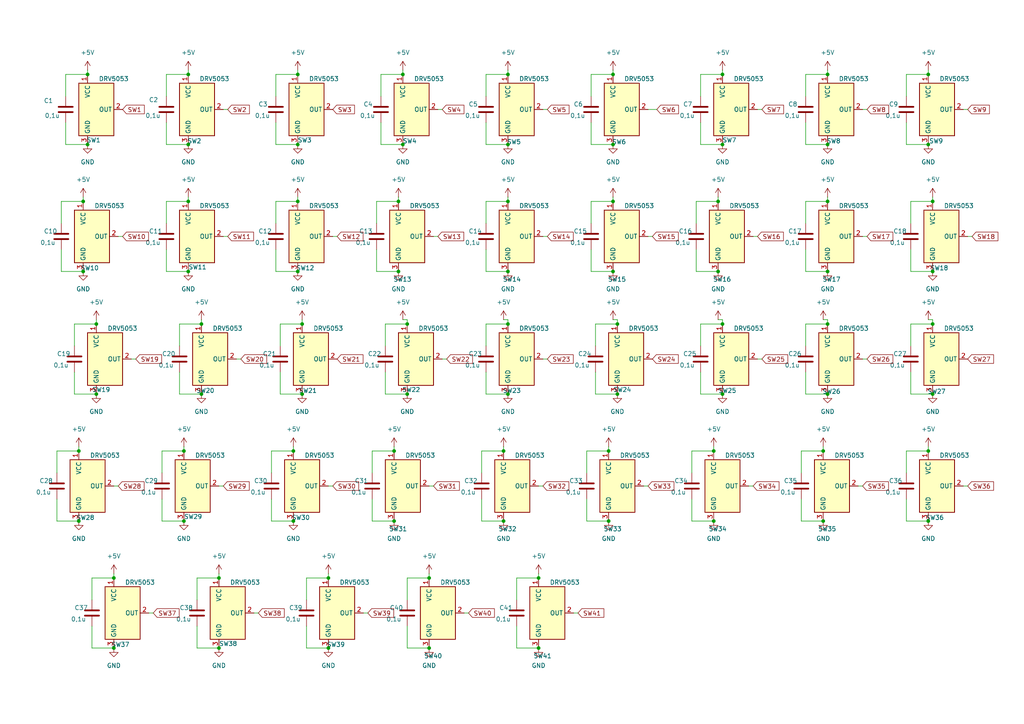
<source format=kicad_sch>
(kicad_sch (version 20231120) (generator "eeschema") (generator_version "8.0")
  (paper "A4")
  (junction (at 124.46 167.64))
  (junction (at 177.8 21.59))
  (junction (at 54.61 58.42))
  (junction (at 54.61 21.59))
  (junction (at 208.28 58.42))
  (junction (at 33.02 187.96))
  (junction (at 179.07 93.98))
  (junction (at 270.51 58.42))
  (junction (at 209.55 93.98))
  (junction (at 146.05 151.13))
  (junction (at 58.42 114.3))
  (junction (at 86.36 21.59))
  (junction (at 270.51 114.3))
  (junction (at 58.42 93.98))
  (junction (at 115.57 78.74))
  (junction (at 114.3 151.13))
  (junction (at 209.55 21.59))
  (junction (at 240.03 41.91))
  (junction (at 147.32 41.91))
  (junction (at 85.09 130.81))
  (junction (at 207.01 151.13))
  (junction (at 116.84 41.91))
  (junction (at 118.11 93.98))
  (junction (at 114.3 130.81))
  (junction (at 115.57 58.42))
  (junction (at 22.86 130.81))
  (junction (at 269.24 41.91))
  (junction (at 24.13 78.74))
  (junction (at 240.03 93.98))
  (junction (at 147.32 21.59))
  (junction (at 176.53 130.81))
  (junction (at 240.03 21.59))
  (junction (at 209.55 41.91))
  (junction (at 54.61 78.74))
  (junction (at 207.01 130.81))
  (junction (at 147.32 114.3))
  (junction (at 147.32 78.74))
  (junction (at 238.76 151.13))
  (junction (at 270.51 93.98))
  (junction (at 269.24 151.13))
  (junction (at 53.34 151.13))
  (junction (at 95.25 187.96))
  (junction (at 53.34 130.81))
  (junction (at 86.36 78.74))
  (junction (at 27.94 93.98))
  (junction (at 177.8 58.42))
  (junction (at 24.13 58.42))
  (junction (at 33.02 167.64))
  (junction (at 86.36 58.42))
  (junction (at 147.32 58.42))
  (junction (at 54.61 41.91))
  (junction (at 208.28 78.74))
  (junction (at 87.63 93.98))
  (junction (at 176.53 151.13))
  (junction (at 270.51 78.74))
  (junction (at 116.84 21.59))
  (junction (at 63.5 187.96))
  (junction (at 269.24 21.59))
  (junction (at 87.63 114.3))
  (junction (at 25.4 21.59))
  (junction (at 238.76 130.81))
  (junction (at 269.24 130.81))
  (junction (at 25.4 41.91))
  (junction (at 156.21 187.96))
  (junction (at 240.03 78.74))
  (junction (at 179.07 114.3))
  (junction (at 95.25 167.64))
  (junction (at 146.05 130.81))
  (junction (at 240.03 58.42))
  (junction (at 177.8 78.74))
  (junction (at 27.94 114.3))
  (junction (at 209.55 114.3))
  (junction (at 118.11 114.3))
  (junction (at 240.03 114.3))
  (junction (at 177.8 41.91))
  (junction (at 63.5 167.64))
  (junction (at 156.21 167.64))
  (junction (at 124.46 187.96))
  (junction (at 85.09 151.13))
  (junction (at 147.32 93.98))
  (junction (at 22.86 151.13))
  (junction (at 86.36 41.91))
  (wire (pts (xy 203.2 27.94) (xy 203.2 21.59)))
  (wire (pts (xy 262.89 27.94) (xy 262.89 21.59)))
  (wire (pts (xy 240.03 92.71) (xy 240.03 93.98)))
  (wire (pts (xy 17.78 64.77) (xy 17.78 58.42)))
  (wire (pts (xy 203.2 21.59) (xy 209.55 21.59)))
  (wire (pts (xy 53.34 129.54) (xy 53.34 130.81)))
  (wire (pts (xy 88.9 173.99) (xy 88.9 167.64)))
  (wire (pts (xy 80.01 58.42) (xy 86.36 58.42)))
  (wire (pts (xy 201.93 58.42) (xy 208.28 58.42)))
  (wire (pts (xy 78.74 151.13) (xy 85.09 151.13)))
  (wire (pts (xy 26.67 167.64) (xy 33.02 167.64)))
  (wire (pts (xy 48.26 35.56) (xy 48.26 41.91)))
  (wire (pts (xy 167.64 177.8) (xy 166.37 177.8)))
  (wire (pts (xy 269.24 20.32) (xy 269.24 21.59)))
  (wire (pts (xy 262.89 35.56) (xy 262.89 41.91)))
  (wire (pts (xy 262.89 137.16) (xy 262.89 130.81)))
  (wire (pts (xy 158.75 31.75) (xy 157.48 31.75)))
  (wire (pts (xy 21.59 107.95) (xy 21.59 114.3)))
  (wire (pts (xy 52.07 100.33) (xy 52.07 93.98)))
  (wire (pts (xy 140.97 114.3) (xy 147.32 114.3)))
  (wire (pts (xy 146.05 129.54) (xy 146.05 130.81)))
  (wire (pts (xy 48.26 41.91) (xy 54.61 41.91)))
  (wire (pts (xy 88.9 187.96) (xy 95.25 187.96)))
  (wire (pts (xy 64.77 140.97) (xy 63.5 140.97)))
  (wire (pts (xy 46.99 130.81) (xy 53.34 130.81)))
  (wire (pts (xy 240.03 92.71) (xy 238.76 92.71)))
  (wire (pts (xy 21.59 93.98) (xy 27.94 93.98)))
  (wire (pts (xy 19.05 35.56) (xy 19.05 41.91)))
  (wire (pts (xy 44.45 177.8) (xy 43.18 177.8)))
  (wire (pts (xy 39.37 104.14) (xy 38.1 104.14)))
  (wire (pts (xy 78.74 144.78) (xy 78.74 151.13)))
  (wire (pts (xy 232.41 144.78) (xy 232.41 151.13)))
  (wire (pts (xy 140.97 27.94) (xy 140.97 21.59)))
  (wire (pts (xy 114.3 129.54) (xy 114.3 130.81)))
  (wire (pts (xy 203.2 35.56) (xy 203.2 41.91)))
  (wire (pts (xy 233.68 78.74) (xy 240.03 78.74)))
  (wire (pts (xy 128.27 31.75) (xy 127 31.75)))
  (wire (pts (xy 46.99 137.16) (xy 46.99 130.81)))
  (wire (pts (xy 24.13 57.15) (xy 24.13 58.42)))
  (wire (pts (xy 251.46 31.75) (xy 250.19 31.75)))
  (wire (pts (xy 109.22 64.77) (xy 109.22 58.42)))
  (wire (pts (xy 140.97 78.74) (xy 147.32 78.74)))
  (wire (pts (xy 233.68 93.98) (xy 240.03 93.98)))
  (wire (pts (xy 158.75 104.14) (xy 157.48 104.14)))
  (wire (pts (xy 262.89 144.78) (xy 262.89 151.13)))
  (wire (pts (xy 203.2 107.95) (xy 203.2 114.3)))
  (wire (pts (xy 149.86 187.96) (xy 156.21 187.96)))
  (wire (pts (xy 238.76 129.54) (xy 238.76 130.81)))
  (wire (pts (xy 140.97 64.77) (xy 140.97 58.42)))
  (wire (pts (xy 264.16 64.77) (xy 264.16 58.42)))
  (wire (pts (xy 171.45 58.42) (xy 177.8 58.42)))
  (wire (pts (xy 262.89 130.81) (xy 269.24 130.81)))
  (wire (pts (xy 80.01 35.56) (xy 80.01 41.91)))
  (wire (pts (xy 270.51 92.71) (xy 269.24 92.71)))
  (wire (pts (xy 140.97 72.39) (xy 140.97 78.74)))
  (wire (pts (xy 17.78 72.39) (xy 17.78 78.74)))
  (wire (pts (xy 147.32 20.32) (xy 147.32 21.59)))
  (wire (pts (xy 58.42 92.71) (xy 58.42 93.98)))
  (wire (pts (xy 233.68 35.56) (xy 233.68 41.91)))
  (wire (pts (xy 118.11 92.71) (xy 116.84 92.71)))
  (wire (pts (xy 270.51 92.71) (xy 270.51 93.98)))
  (wire (pts (xy 220.98 104.14) (xy 219.71 104.14)))
  (wire (pts (xy 171.45 41.91) (xy 177.8 41.91)))
  (wire (pts (xy 172.72 93.98) (xy 179.07 93.98)))
  (wire (pts (xy 149.86 173.99) (xy 149.86 167.64)))
  (wire (pts (xy 26.67 181.61) (xy 26.67 187.96)))
  (wire (pts (xy 110.49 35.56) (xy 110.49 41.91)))
  (wire (pts (xy 189.23 68.58) (xy 187.96 68.58)))
  (wire (pts (xy 177.8 20.32) (xy 177.8 21.59)))
  (wire (pts (xy 48.26 21.59) (xy 54.61 21.59)))
  (wire (pts (xy 171.45 72.39) (xy 171.45 78.74)))
  (wire (pts (xy 201.93 64.77) (xy 201.93 58.42)))
  (wire (pts (xy 200.66 137.16) (xy 200.66 130.81)))
  (wire (pts (xy 262.89 21.59) (xy 269.24 21.59)))
  (wire (pts (xy 201.93 78.74) (xy 208.28 78.74)))
  (wire (pts (xy 233.68 27.94) (xy 233.68 21.59)))
  (wire (pts (xy 106.68 177.8) (xy 105.41 177.8)))
  (wire (pts (xy 218.44 140.97) (xy 217.17 140.97)))
  (wire (pts (xy 109.22 72.39) (xy 109.22 78.74)))
  (wire (pts (xy 26.67 187.96) (xy 33.02 187.96)))
  (wire (pts (xy 80.01 21.59) (xy 86.36 21.59)))
  (wire (pts (xy 240.03 57.15) (xy 240.03 58.42)))
  (wire (pts (xy 172.72 107.95) (xy 172.72 114.3)))
  (wire (pts (xy 118.11 167.64) (xy 124.46 167.64)))
  (wire (pts (xy 118.11 187.96) (xy 124.46 187.96)))
  (wire (pts (xy 33.02 166.37) (xy 33.02 167.64)))
  (wire (pts (xy 48.26 64.77) (xy 48.26 58.42)))
  (wire (pts (xy 27.94 92.71) (xy 27.94 93.98)))
  (wire (pts (xy 171.45 78.74) (xy 177.8 78.74)))
  (wire (pts (xy 269.24 129.54) (xy 269.24 130.81)))
  (wire (pts (xy 281.94 68.58) (xy 280.67 68.58)))
  (wire (pts (xy 177.8 57.15) (xy 177.8 58.42)))
  (wire (pts (xy 35.56 68.58) (xy 34.29 68.58)))
  (wire (pts (xy 171.45 21.59) (xy 177.8 21.59)))
  (wire (pts (xy 232.41 130.81) (xy 238.76 130.81)))
  (wire (pts (xy 250.19 140.97) (xy 248.92 140.97)))
  (wire (pts (xy 63.5 166.37) (xy 63.5 167.64)))
  (wire (pts (xy 156.21 166.37) (xy 156.21 167.64)))
  (wire (pts (xy 80.01 27.94) (xy 80.01 21.59)))
  (wire (pts (xy 140.97 58.42) (xy 147.32 58.42)))
  (wire (pts (xy 170.18 151.13) (xy 176.53 151.13)))
  (wire (pts (xy 109.22 58.42) (xy 115.57 58.42)))
  (wire (pts (xy 209.55 92.71) (xy 209.55 93.98)))
  (wire (pts (xy 149.86 181.61) (xy 149.86 187.96)))
  (wire (pts (xy 170.18 144.78) (xy 170.18 151.13)))
  (wire (pts (xy 57.15 181.61) (xy 57.15 187.96)))
  (wire (pts (xy 26.67 173.99) (xy 26.67 167.64)))
  (wire (pts (xy 200.66 130.81) (xy 207.01 130.81)))
  (wire (pts (xy 127 68.58) (xy 125.73 68.58)))
  (wire (pts (xy 111.76 100.33) (xy 111.76 93.98)))
  (wire (pts (xy 233.68 64.77) (xy 233.68 58.42)))
  (wire (pts (xy 140.97 100.33) (xy 140.97 93.98)))
  (wire (pts (xy 80.01 64.77) (xy 80.01 58.42)))
  (wire (pts (xy 81.28 114.3) (xy 87.63 114.3)))
  (wire (pts (xy 66.04 31.75) (xy 64.77 31.75)))
  (wire (pts (xy 54.61 57.15) (xy 54.61 58.42)))
  (wire (pts (xy 171.45 35.56) (xy 171.45 41.91)))
  (wire (pts (xy 187.96 31.75) (xy 190.5 31.75)))
  (wire (pts (xy 172.72 100.33) (xy 172.72 93.98)))
  (wire (pts (xy 170.18 137.16) (xy 170.18 130.81)))
  (wire (pts (xy 233.68 58.42) (xy 240.03 58.42)))
  (wire (pts (xy 140.97 21.59) (xy 147.32 21.59)))
  (wire (pts (xy 86.36 20.32) (xy 86.36 21.59)))
  (wire (pts (xy 22.86 129.54) (xy 22.86 130.81)))
  (wire (pts (xy 110.49 27.94) (xy 110.49 21.59)))
  (wire (pts (xy 85.09 129.54) (xy 85.09 130.81)))
  (wire (pts (xy 240.03 20.32) (xy 240.03 21.59)))
  (wire (pts (xy 264.16 58.42) (xy 270.51 58.42)))
  (wire (pts (xy 135.89 177.8) (xy 134.62 177.8)))
  (wire (pts (xy 203.2 41.91) (xy 209.55 41.91)))
  (wire (pts (xy 96.52 140.97) (xy 95.25 140.97)))
  (wire (pts (xy 139.7 144.78) (xy 139.7 151.13)))
  (wire (pts (xy 107.95 151.13) (xy 114.3 151.13)))
  (wire (pts (xy 209.55 20.32) (xy 209.55 21.59)))
  (wire (pts (xy 251.46 68.58) (xy 250.19 68.58)))
  (wire (pts (xy 48.26 72.39) (xy 48.26 78.74)))
  (wire (pts (xy 97.79 68.58) (xy 96.52 68.58)))
  (wire (pts (xy 149.86 167.64) (xy 156.21 167.64)))
  (wire (pts (xy 147.32 92.71) (xy 146.05 92.71)))
  (wire (pts (xy 200.66 151.13) (xy 207.01 151.13)))
  (wire (pts (xy 264.16 100.33) (xy 264.16 93.98)))
  (wire (pts (xy 203.2 100.33) (xy 203.2 93.98)))
  (wire (pts (xy 251.46 104.14) (xy 250.19 104.14)))
  (wire (pts (xy 16.51 130.81) (xy 22.86 130.81)))
  (wire (pts (xy 158.75 68.58) (xy 157.48 68.58)))
  (wire (pts (xy 209.55 92.71) (xy 208.28 92.71)))
  (wire (pts (xy 124.46 166.37) (xy 124.46 167.64)))
  (wire (pts (xy 25.4 20.32) (xy 25.4 21.59)))
  (wire (pts (xy 16.51 151.13) (xy 22.86 151.13)))
  (wire (pts (xy 110.49 41.91) (xy 116.84 41.91)))
  (wire (pts (xy 280.67 31.75) (xy 279.4 31.75)))
  (wire (pts (xy 52.07 107.95) (xy 52.07 114.3)))
  (wire (pts (xy 147.32 92.71) (xy 147.32 93.98)))
  (wire (pts (xy 280.67 140.97) (xy 279.4 140.97)))
  (wire (pts (xy 17.78 78.74) (xy 24.13 78.74)))
  (wire (pts (xy 69.85 104.14) (xy 68.58 104.14)))
  (wire (pts (xy 46.99 151.13) (xy 53.34 151.13)))
  (wire (pts (xy 140.97 107.95) (xy 140.97 114.3)))
  (wire (pts (xy 262.89 151.13) (xy 269.24 151.13)))
  (wire (pts (xy 264.16 114.3) (xy 270.51 114.3)))
  (wire (pts (xy 171.45 27.94) (xy 171.45 21.59)))
  (wire (pts (xy 139.7 151.13) (xy 146.05 151.13)))
  (wire (pts (xy 111.76 93.98) (xy 118.11 93.98)))
  (wire (pts (xy 21.59 100.33) (xy 21.59 93.98)))
  (wire (pts (xy 19.05 21.59) (xy 25.4 21.59)))
  (wire (pts (xy 233.68 41.91) (xy 240.03 41.91)))
  (wire (pts (xy 200.66 144.78) (xy 200.66 151.13)))
  (wire (pts (xy 139.7 137.16) (xy 139.7 130.81)))
  (wire (pts (xy 129.54 104.14) (xy 128.27 104.14)))
  (wire (pts (xy 140.97 93.98) (xy 147.32 93.98)))
  (wire (pts (xy 139.7 130.81) (xy 146.05 130.81)))
  (wire (pts (xy 21.59 114.3) (xy 27.94 114.3)))
  (wire (pts (xy 111.76 114.3) (xy 118.11 114.3)))
  (wire (pts (xy 219.71 68.58) (xy 218.44 68.58)))
  (wire (pts (xy 34.29 140.97) (xy 33.02 140.97)))
  (wire (pts (xy 264.16 72.39) (xy 264.16 78.74)))
  (wire (pts (xy 86.36 57.15) (xy 86.36 58.42)))
  (wire (pts (xy 207.01 129.54) (xy 207.01 130.81)))
  (wire (pts (xy 208.28 57.15) (xy 208.28 58.42)))
  (wire (pts (xy 19.05 27.94) (xy 19.05 21.59)))
  (wire (pts (xy 203.2 114.3) (xy 209.55 114.3)))
  (wire (pts (xy 233.68 107.95) (xy 233.68 114.3)))
  (wire (pts (xy 52.07 114.3) (xy 58.42 114.3)))
  (wire (pts (xy 264.16 107.95) (xy 264.16 114.3)))
  (wire (pts (xy 95.25 166.37) (xy 95.25 167.64)))
  (wire (pts (xy 264.16 93.98) (xy 270.51 93.98)))
  (wire (pts (xy 74.93 177.8) (xy 73.66 177.8)))
  (wire (pts (xy 87.63 92.71) (xy 87.63 93.98)))
  (wire (pts (xy 233.68 72.39) (xy 233.68 78.74)))
  (wire (pts (xy 262.89 41.91) (xy 269.24 41.91)))
  (wire (pts (xy 88.9 181.61) (xy 88.9 187.96)))
  (wire (pts (xy 201.93 72.39) (xy 201.93 78.74)))
  (wire (pts (xy 16.51 137.16) (xy 16.51 130.81)))
  (wire (pts (xy 179.07 92.71) (xy 179.07 93.98)))
  (wire (pts (xy 170.18 130.81) (xy 176.53 130.81)))
  (wire (pts (xy 171.45 64.77) (xy 171.45 58.42)))
  (wire (pts (xy 88.9 167.64) (xy 95.25 167.64)))
  (wire (pts (xy 140.97 41.91) (xy 147.32 41.91)))
  (wire (pts (xy 140.97 35.56) (xy 140.97 41.91)))
  (wire (pts (xy 57.15 187.96) (xy 63.5 187.96)))
  (wire (pts (xy 172.72 114.3) (xy 179.07 114.3)))
  (wire (pts (xy 52.07 93.98) (xy 58.42 93.98)))
  (wire (pts (xy 233.68 21.59) (xy 240.03 21.59)))
  (wire (pts (xy 232.41 151.13) (xy 238.76 151.13)))
  (wire (pts (xy 19.05 41.91) (xy 25.4 41.91)))
  (wire (pts (xy 107.95 144.78) (xy 107.95 151.13)))
  (wire (pts (xy 233.68 100.33) (xy 233.68 93.98)))
  (wire (pts (xy 232.41 137.16) (xy 232.41 130.81)))
  (wire (pts (xy 57.15 167.64) (xy 63.5 167.64)))
  (wire (pts (xy 17.78 58.42) (xy 24.13 58.42)))
  (wire (pts (xy 115.57 57.15) (xy 115.57 58.42)))
  (wire (pts (xy 46.99 144.78) (xy 46.99 151.13)))
  (wire (pts (xy 107.95 130.81) (xy 114.3 130.81)))
  (wire (pts (xy 118.11 181.61) (xy 118.11 187.96)))
  (wire (pts (xy 203.2 93.98) (xy 209.55 93.98)))
  (wire (pts (xy 78.74 137.16) (xy 78.74 130.81)))
  (wire (pts (xy 147.32 57.15) (xy 147.32 58.42)))
  (wire (pts (xy 109.22 78.74) (xy 115.57 78.74)))
  (wire (pts (xy 233.68 114.3) (xy 240.03 114.3)))
  (wire (pts (xy 16.51 144.78) (xy 16.51 151.13)))
  (wire (pts (xy 157.48 140.97) (xy 156.21 140.97)))
  (wire (pts (xy 220.98 31.75) (xy 219.71 31.75)))
  (wire (pts (xy 179.07 92.71) (xy 177.8 92.71)))
  (wire (pts (xy 270.51 57.15) (xy 270.51 58.42)))
  (wire (pts (xy 80.01 41.91) (xy 86.36 41.91)))
  (wire (pts (xy 125.73 140.97) (xy 124.46 140.97)))
  (wire (pts (xy 57.15 173.99) (xy 57.15 167.64)))
  (wire (pts (xy 118.11 173.99) (xy 118.11 167.64)))
  (wire (pts (xy 107.95 137.16) (xy 107.95 130.81)))
  (wire (pts (xy 78.74 130.81) (xy 85.09 130.81)))
  (wire (pts (xy 48.26 58.42) (xy 54.61 58.42)))
  (wire (pts (xy 111.76 107.95) (xy 111.76 114.3)))
  (wire (pts (xy 54.61 20.32) (xy 54.61 21.59)))
  (wire (pts (xy 48.26 78.74) (xy 54.61 78.74)))
  (wire (pts (xy 48.26 27.94) (xy 48.26 21.59)))
  (wire (pts (xy 176.53 129.54) (xy 176.53 130.81)))
  (wire (pts (xy 81.28 93.98) (xy 87.63 93.98)))
  (wire (pts (xy 80.01 72.39) (xy 80.01 78.74)))
  (wire (pts (xy 81.28 100.33) (xy 81.28 93.98)))
  (wire (pts (xy 80.01 78.74) (xy 86.36 78.74)))
  (wire (pts (xy 110.49 21.59) (xy 116.84 21.59)))
  (wire (pts (xy 118.11 92.71) (xy 118.11 93.98)))
  (wire (pts (xy 264.16 78.74) (xy 270.51 78.74)))
  (wire (pts (xy 187.96 140.97) (xy 186.69 140.97)))
  (wire (pts (xy 81.28 107.95) (xy 81.28 114.3)))
  (wire (pts (xy 66.04 68.58) (xy 64.77 68.58)))
  (wire (pts (xy 116.84 20.32) (xy 116.84 21.59)))
  (global_label "SW35" (shape input) (at 250.19 140.97 0) (property "Intersheetrefs" "${INTERSHEET_REFS}" (effects (hide yes))))
  (global_label "SW18" (shape input) (at 281.94 68.58 0) (property "Intersheetrefs" "${INTERSHEET_REFS}" (effects (hide yes))))
  (global_label "SW11" (shape input) (at 66.04 68.58 0) (property "Intersheetrefs" "${INTERSHEET_REFS}" (effects (hide yes))))
  (global_label "SW29" (shape input) (at 64.77 140.97 0) (property "Intersheetrefs" "${INTERSHEET_REFS}" (effects (hide yes))))
  (global_label "SW38" (shape input) (at 74.93 177.8 0) (property "Intersheetrefs" "${INTERSHEET_REFS}" (effects (hide yes))))
  (global_label "SW34" (shape input) (at 218.44 140.97 0) (property "Intersheetrefs" "${INTERSHEET_REFS}" (effects (hide yes))))
  (global_label "SW40" (shape input) (at 135.89 177.8 0) (property "Intersheetrefs" "${INTERSHEET_REFS}" (effects (hide yes))))
  (global_label "SW13" (shape input) (at 127 68.58 0) (property "Intersheetrefs" "${INTERSHEET_REFS}" (effects (hide yes))))
  (global_label "SW26" (shape input) (at 251.46 104.14 0) (property "Intersheetrefs" "${INTERSHEET_REFS}" (effects (hide yes))))
  (global_label "SW33" (shape input) (at 187.96 140.97 0) (property "Intersheetrefs" "${INTERSHEET_REFS}" (effects (hide yes))))
  (global_label "SW31" (shape input) (at 125.73 140.97 0) (property "Intersheetrefs" "${INTERSHEET_REFS}" (effects (hide yes))))
  (global_label "SW41" (shape input) (at 167.64 177.8 0) (property "Intersheetrefs" "${INTERSHEET_REFS}" (effects (hide yes))))
  (global_label "SW21" (shape input) (at 97.79 104.14 0) (property "Intersheetrefs" "${INTERSHEET_REFS}" (effects (hide yes))))
  (global_label "SW10" (shape input) (at 35.56 68.58 0) (property "Intersheetrefs" "${INTERSHEET_REFS}" (effects (hide yes))))
  (global_label "SW7" (shape input) (at 220.98 31.75 0) (property "Intersheetrefs" "${INTERSHEET_REFS}" (effects (hide yes))))
  (global_label "SW32" (shape input) (at 157.48 140.97 0) (property "Intersheetrefs" "${INTERSHEET_REFS}" (effects (hide yes))))
  (global_label "SW3" (shape input) (at 96.52 31.75 0) (property "Intersheetrefs" "${INTERSHEET_REFS}" (effects (hide yes))))
  (global_label "SW27" (shape input) (at 280.67 104.14 0) (property "Intersheetrefs" "${INTERSHEET_REFS}" (effects (hide yes))))
  (global_label "SW16" (shape input) (at 219.71 68.58 0) (property "Intersheetrefs" "${INTERSHEET_REFS}" (effects (hide yes))))
  (global_label "SW39" (shape input) (at 106.68 177.8 0) (property "Intersheetrefs" "${INTERSHEET_REFS}" (effects (hide yes))))
  (global_label "SW2" (shape input) (at 66.04 31.75 0) (property "Intersheetrefs" "${INTERSHEET_REFS}" (effects (hide yes))))
  (global_label "SW25" (shape input) (at 220.98 104.14 0) (property "Intersheetrefs" "${INTERSHEET_REFS}" (effects (hide yes))))
  (global_label "SW30" (shape input) (at 96.52 140.97 0) (property "Intersheetrefs" "${INTERSHEET_REFS}" (effects (hide yes))))
  (global_label "SW17" (shape input) (at 251.46 68.58 0) (property "Intersheetrefs" "${INTERSHEET_REFS}" (effects (hide yes))))
  (global_label "SW24" (shape input) (at 189.23 104.14 0) (property "Intersheetrefs" "${INTERSHEET_REFS}" (effects (hide yes))))
  (global_label "SW8" (shape input) (at 251.46 31.75 0) (property "Intersheetrefs" "${INTERSHEET_REFS}" (effects (hide yes))))
  (global_label "SW36" (shape input) (at 280.67 140.97 0) (property "Intersheetrefs" "${INTERSHEET_REFS}" (effects (hide yes))))
  (global_label "SW9" (shape input) (at 280.67 31.75 0) (property "Intersheetrefs" "${INTERSHEET_REFS}" (effects (hide yes))))
  (global_label "SW12" (shape input) (at 97.79 68.58 0) (property "Intersheetrefs" "${INTERSHEET_REFS}" (effects (hide yes))))
  (global_label "SW22" (shape input) (at 129.54 104.14 0) (property "Intersheetrefs" "${INTERSHEET_REFS}" (effects (hide yes))))
  (global_label "SW20" (shape input) (at 69.85 104.14 0) (property "Intersheetrefs" "${INTERSHEET_REFS}" (effects (hide yes))))
  (global_label "SW37" (shape input) (at 44.45 177.8 0) (property "Intersheetrefs" "${INTERSHEET_REFS}" (effects (hide yes))))
  (global_label "SW14" (shape input) (at 158.75 68.58 0) (property "Intersheetrefs" "${INTERSHEET_REFS}" (effects (hide yes))))
  (global_label "SW6" (shape input) (at 190.5 31.75 0) (property "Intersheetrefs" "${INTERSHEET_REFS}" (effects (hide yes))))
  (global_label "SW28" (shape input) (at 34.29 140.97 0) (property "Intersheetrefs" "${INTERSHEET_REFS}" (effects (hide yes))))
  (global_label "SW1" (shape input) (at 35.56 31.75 0) (property "Intersheetrefs" "${INTERSHEET_REFS}" (effects (hide yes))))
  (global_label "SW19" (shape input) (at 39.37 104.14 0) (property "Intersheetrefs" "${INTERSHEET_REFS}" (effects (hide yes))))
  (global_label "SW4" (shape input) (at 128.27 31.75 0) (property "Intersheetrefs" "${INTERSHEET_REFS}" (effects (hide yes))))
  (global_label "SW23" (shape input) (at 158.75 104.14 0) (property "Intersheetrefs" "${INTERSHEET_REFS}" (effects (hide yes))))
  (global_label "SW15" (shape input) (at 189.23 68.58 0) (property "Intersheetrefs" "${INTERSHEET_REFS}" (effects (hide yes))))
  (global_label "SW5" (shape input) (at 158.75 31.75 0) (property "Intersheetrefs" "${INTERSHEET_REFS}" (effects (hide yes))))
  (symbol (lib_id "Device:C") (at 201.93 68.58 0) (unit 1)
    (property "Reference" "C16" (at 196.85 67.056 0) (effects (justify left)))
    (property "Value" "0,1u" (at 195.834 70.358 0) (effects (justify left)))
    (property "Footprint" "Capacitor_SMD:C_0402_1005Metric" (effects (hide yes)))
    (property "Description" "Unpolarized capacitor" (effects (hide yes)))
  )
  (symbol (lib_id "Device:C") (at 262.89 140.97 0) (unit 1)
    (property "Reference" "C36" (at 257.81 139.446 0) (effects (justify left)))
    (property "Value" "0,1u" (at 256.794 142.748 0) (effects (justify left)))
    (property "Footprint" "Capacitor_SMD:C_0402_1005Metric" (effects (hide yes)))
    (property "Description" "Unpolarized capacitor" (effects (hide yes)))
  )
  (symbol (lib_id "Device:C") (at 203.2 104.14 0) (unit 1)
    (property "Reference" "C25" (at 198.12 102.616 0) (effects (justify left)))
    (property "Value" "0,1u" (at 197.104 105.918 0) (effects (justify left)))
    (property "Footprint" "Capacitor_SMD:C_0402_1005Metric" (effects (hide yes)))
    (property "Description" "Unpolarized capacitor" (effects (hide yes)))
  )
  (symbol (lib_id "Sensor_Magnetic:DRV5055A4xDBZxQ1") (at 242.57 104.14 0) (unit 1)
    (property "Reference" "SW26" (at 243.84 113.538 0) (effects (justify right)))
    (property "Value" "DRV5053" (at 251.968 95.25 0) (effects (justify right)))
    (property "Footprint" "KB_MX_Analog:MX-Analog-1U" (effects (hide yes)))
    (property "Datasheet" "https://www.ti.com/lit/ds/symlink/drv5055-q1.pdf" (effects (hide yes)))
    (property "Description" "12.5 mV/mT,±169-mT, 20-kHz, 3.3/5V, SOT-23" (effects (hide yes)))
  )
  (symbol (lib_id "Sensor_Magnetic:DRV5055A4xDBZxQ1") (at 35.56 177.8 0) (unit 1)
    (property "Reference" "SW37" (at 37.592 186.944 0) (effects (justify right)))
    (property "Value" "DRV5053" (at 44.958 168.91 0) (effects (justify right)))
    (property "Footprint" "KB_MX_Analog:MX-Analog-1U" (effects (hide yes)))
    (property "Datasheet" "https://www.ti.com/lit/ds/symlink/drv5055-q1.pdf" (effects (hide yes)))
    (property "Description" "12.5 mV/mT,±169-mT, 20-kHz, 3.3/5V, SOT-23" (effects (hide yes)))
  )
  (symbol (lib_id "Sensor_Magnetic:DRV5055A4xDBZxQ1") (at 209.55 140.97 0) (unit 1)
    (property "Reference" "SW34" (at 210.82 153.416 0) (effects (justify right)))
    (property "Value" "DRV5053" (at 218.948 132.08 0) (effects (justify right)))
    (property "Footprint" "KB_MX_Analog:MX-Analog-1U" (effects (hide yes)))
    (property "Datasheet" "https://www.ti.com/lit/ds/symlink/drv5055-q1.pdf" (effects (hide yes)))
    (property "Description" "12.5 mV/mT,±169-mT, 20-kHz, 3.3/5V, SOT-23" (effects (hide yes)))
  )
  (symbol (lib_id "power:+5V") (at 238.76 129.54 0) (unit 1)
    (property "Reference" "#PWR062" (effects (hide yes)))
    (property "Value" "+5V" (at 238.76 124.46 0))
  )
  (symbol (lib_id "Sensor_Magnetic:DRV5055A4xDBZxQ1") (at 87.63 140.97 0) (unit 1)
    (property "Reference" "SW30" (at 89.916 150.114 0) (effects (justify right)))
    (property "Value" "DRV5053" (at 97.028 132.08 0) (effects (justify right)))
    (property "Footprint" "KB_MX_Analog:MX-Analog-1.5U" (effects (hide yes)))
    (property "Datasheet" "https://www.ti.com/lit/ds/symlink/drv5055-q1.pdf" (effects (hide yes)))
    (property "Description" "12.5 mV/mT,±169-mT, 20-kHz, 3.3/5V, SOT-23" (effects (hide yes)))
  )
  (symbol (lib_id "Sensor_Magnetic:DRV5055A4xDBZxQ1") (at 127 177.8 0) (unit 1)
    (property "Reference" "SW40" (at 128.27 190.246 0) (effects (justify right)))
    (property "Value" "DRV5053" (at 136.398 168.91 0) (effects (justify right)))
    (property "Footprint" "KB_MX_Analog:MX-Analog-1U" (effects (hide yes)))
    (property "Datasheet" "https://www.ti.com/lit/ds/symlink/drv5055-q1.pdf" (effects (hide yes)))
    (property "Description" "12.5 mV/mT,±169-mT, 20-kHz, 3.3/5V, SOT-23" (effects (hide yes)))
  )
  (symbol (lib_id "power:+5V") (at 177.8 57.15 0) (unit 1)
    (property "Reference" "#PWR024" (effects (hide yes)))
    (property "Value" "+5V" (at 177.8 52.07 0))
  )
  (symbol (lib_id "power:GND") (at 115.57 78.74 0) (unit 1)
    (property "Reference" "#PWR031" (effects (hide yes)))
    (property "Value" "GND" (at 115.57 83.82 0))
    (property "Description" "Power symbol creates a global label with name \"GND\" , ground" (effects (hide yes)))
  )
  (symbol (lib_id "power:+5V") (at 147.32 20.32 0) (unit 1)
    (property "Reference" "#PWR05" (effects (hide yes)))
    (property "Value" "+5V" (at 147.32 15.24 0))
  )
  (symbol (lib_id "power:GND") (at 118.11 114.3 0) (unit 1)
    (property "Reference" "#PWR049" (effects (hide yes)))
    (property "Value" "GND" (at 118.11 119.38 0))
    (property "Description" "Power symbol creates a global label with name \"GND\" , ground" (effects (hide yes)))
  )
  (symbol (lib_id "Device:C") (at 80.01 68.58 0) (unit 1)
    (property "Reference" "C12" (at 74.93 67.056 0) (effects (justify left)))
    (property "Value" "0,1u" (at 73.914 70.358 0) (effects (justify left)))
    (property "Footprint" "Capacitor_SMD:C_0402_1005Metric" (effects (hide yes)))
    (property "Description" "Unpolarized capacitor" (effects (hide yes)))
  )
  (symbol (lib_id "Sensor_Magnetic:DRV5055A4xDBZxQ1") (at 57.15 31.75 0) (unit 1)
    (property "Reference" "SW2" (at 58.42 40.894 0) (effects (justify right)))
    (property "Value" "DRV5053" (at 66.548 22.86 0) (effects (justify right)))
    (property "Footprint" "KB_MX_Analog:MX-Analog-1U" (effects (hide yes)))
    (property "Datasheet" "https://www.ti.com/lit/ds/symlink/drv5055-q1.pdf" (effects (hide yes)))
    (property "Description" "12.5 mV/mT,±169-mT, 20-kHz, 3.3/5V, SOT-23" (effects (hide yes)))
  )
  (symbol (lib_id "power:GND") (at 95.25 187.96 0) (unit 1)
    (property "Reference" "#PWR080" (effects (hide yes)))
    (property "Value" "GND" (at 95.25 193.04 0))
    (property "Description" "Power symbol creates a global label with name \"GND\" , ground" (effects (hide yes)))
  )
  (symbol (lib_id "power:GND") (at 27.94 114.3 0) (unit 1)
    (property "Reference" "#PWR046" (effects (hide yes)))
    (property "Value" "GND" (at 27.94 119.38 0))
    (property "Description" "Power symbol creates a global label with name \"GND\" , ground" (effects (hide yes)))
  )
  (symbol (lib_id "power:GND") (at 147.32 41.91 0) (unit 1)
    (property "Reference" "#PWR014" (effects (hide yes)))
    (property "Value" "GND" (at 147.32 46.99 0))
    (property "Description" "Power symbol creates a global label with name \"GND\" , ground" (effects (hide yes)))
  )
  (symbol (lib_id "Device:C") (at 16.51 140.97 0) (unit 1)
    (property "Reference" "C28" (at 11.43 139.446 0) (effects (justify left)))
    (property "Value" "0,1u" (at 10.414 142.748 0) (effects (justify left)))
    (property "Footprint" "Capacitor_SMD:C_0402_1005Metric" (effects (hide yes)))
    (property "Description" "Unpolarized capacitor" (effects (hide yes)))
  )
  (symbol (lib_id "Device:C") (at 262.89 31.75 0) (unit 1)
    (property "Reference" "C9" (at 257.81 30.226 0) (effects (justify left)))
    (property "Value" "0,1u" (at 256.794 33.528 0) (effects (justify left)))
    (property "Footprint" "Capacitor_SMD:C_0402_1005Metric" (effects (hide yes)))
    (property "Description" "Unpolarized capacitor" (effects (hide yes)))
  )
  (symbol (lib_id "power:GND") (at 147.32 78.74 0) (unit 1)
    (property "Reference" "#PWR032" (effects (hide yes)))
    (property "Value" "GND" (at 147.32 83.82 0))
    (property "Description" "Power symbol creates a global label with name \"GND\" , ground" (effects (hide yes)))
  )
  (symbol (lib_id "Device:C") (at 21.59 104.14 0) (unit 1)
    (property "Reference" "C19" (at 16.51 102.616 0) (effects (justify left)))
    (property "Value" "0,1u" (at 15.494 105.918 0) (effects (justify left)))
    (property "Footprint" "Capacitor_SMD:C_0402_1005Metric" (effects (hide yes)))
    (property "Description" "Unpolarized capacitor" (effects (hide yes)))
  )
  (symbol (lib_id "Sensor_Magnetic:DRV5055A4xDBZxQ1") (at 27.94 31.75 0) (unit 1)
    (property "Reference" "SW1" (at 29.21 40.64 0) (effects (justify right)))
    (property "Value" "DRV5053" (at 37.338 22.86 0) (effects (justify right)))
    (property "Footprint" "KB_MX_Analog:MX-Analog-1U" (effects (hide yes)))
    (property "Datasheet" "https://www.ti.com/lit/ds/symlink/drv5055-q1.pdf" (effects (hide yes)))
    (property "Description" "12.5 mV/mT,±169-mT, 20-kHz, 3.3/5V, SOT-23" (effects (hide yes)))
  )
  (symbol (lib_id "power:+5V") (at 27.94 92.71 0) (unit 1)
    (property "Reference" "#PWR037" (effects (hide yes)))
    (property "Value" "+5V" (at 27.94 87.63 0))
  )
  (symbol (lib_id "power:GND") (at 124.46 187.96 0) (unit 1)
    (property "Reference" "#PWR081" (effects (hide yes)))
    (property "Value" "GND" (at 124.46 193.04 0))
    (property "Description" "Power symbol creates a global label with name \"GND\" , ground" (effects (hide yes)))
  )
  (symbol (lib_id "Sensor_Magnetic:DRV5055A4xDBZxQ1") (at 55.88 140.97 0) (unit 1)
    (property "Reference" "SW29" (at 58.674 149.86 0) (effects (justify right)))
    (property "Value" "DRV5053" (at 65.278 132.08 0) (effects (justify right)))
    (property "Footprint" "KB_MX_Analog:MX-Analog-1U" (effects (hide yes)))
    (property "Datasheet" "https://www.ti.com/lit/ds/symlink/drv5055-q1.pdf" (effects (hide yes)))
    (property "Description" "12.5 mV/mT,±169-mT, 20-kHz, 3.3/5V, SOT-23" (effects (hide yes)))
  )
  (symbol (lib_id "power:GND") (at 22.86 151.13 0) (unit 1)
    (property "Reference" "#PWR064" (effects (hide yes)))
    (property "Value" "GND" (at 22.86 156.21 0))
    (property "Description" "Power symbol creates a global label with name \"GND\" , ground" (effects (hide yes)))
  )
  (symbol (lib_id "Sensor_Magnetic:DRV5055A4xDBZxQ1") (at 242.57 31.75 0) (unit 1)
    (property "Reference" "SW8" (at 243.84 40.894 0) (effects (justify right)))
    (property "Value" "DRV5053" (at 251.968 22.86 0) (effects (justify right)))
    (property "Footprint" "KB_MX_Analog:MX-Analog-1U" (effects (hide yes)))
    (property "Datasheet" "https://www.ti.com/lit/ds/symlink/drv5055-q1.pdf" (effects (hide yes)))
    (property "Description" "12.5 mV/mT,±169-mT, 20-kHz, 3.3/5V, SOT-23" (effects (hide yes)))
  )
  (symbol (lib_id "Device:C") (at 233.68 68.58 0) (unit 1)
    (property "Reference" "C17" (at 228.6 67.056 0) (effects (justify left)))
    (property "Value" "0,1u" (at 227.584 70.358 0) (effects (justify left)))
    (property "Footprint" "Capacitor_SMD:C_0402_1005Metric" (effects (hide yes)))
    (property "Description" "Unpolarized capacitor" (effects (hide yes)))
  )
  (symbol (lib_id "power:+5V") (at 269.24 20.32 0) (unit 1)
    (property "Reference" "#PWR09" (effects (hide yes)))
    (property "Value" "+5V" (at 269.24 15.24 0))
  )
  (symbol (lib_id "Device:C") (at 139.7 140.97 0) (unit 1)
    (property "Reference" "C32" (at 134.62 139.446 0) (effects (justify left)))
    (property "Value" "0,1u" (at 133.604 142.748 0) (effects (justify left)))
    (property "Footprint" "Capacitor_SMD:C_0402_1005Metric" (effects (hide yes)))
    (property "Description" "Unpolarized capacitor" (effects (hide yes)))
  )
  (symbol (lib_id "Sensor_Magnetic:DRV5055A4xDBZxQ1") (at 149.86 31.75 0) (unit 1)
    (property "Reference" "SW5" (at 151.13 41.148 0) (effects (justify right)))
    (property "Value" "DRV5053" (at 159.258 22.86 0) (effects (justify right)))
    (property "Footprint" "KB_MX_Analog:MX-Analog-1U" (effects (hide yes)))
    (property "Datasheet" "https://www.ti.com/lit/ds/symlink/drv5055-q1.pdf" (effects (hide yes)))
    (property "Description" "12.5 mV/mT,±169-mT, 20-kHz, 3.3/5V, SOT-23" (effects (hide yes)))
  )
  (symbol (lib_id "Device:C") (at 140.97 68.58 0) (unit 1)
    (property "Reference" "C14" (at 135.89 67.056 0) (effects (justify left)))
    (property "Value" "0,1u" (at 134.874 70.358 0) (effects (justify left)))
    (property "Footprint" "Capacitor_SMD:C_0402_1005Metric" (effects (hide yes)))
    (property "Description" "Unpolarized capacitor" (effects (hide yes)))
  )
  (symbol (lib_id "power:GND") (at 269.24 41.91 0) (unit 1)
    (property "Reference" "#PWR018" (effects (hide yes)))
    (property "Value" "GND" (at 269.24 46.99 0))
    (property "Description" "Power symbol creates a global label with name \"GND\" , ground" (effects (hide yes)))
  )
  (symbol (lib_id "power:GND") (at 177.8 78.74 0) (unit 1)
    (property "Reference" "#PWR033" (effects (hide yes)))
    (property "Value" "GND" (at 177.8 83.82 0))
    (property "Description" "Power symbol creates a global label with name \"GND\" , ground" (effects (hide yes)))
  )
  (symbol (lib_id "Device:C") (at 140.97 104.14 0) (unit 1)
    (property "Reference" "C23" (at 135.89 102.616 0) (effects (justify left)))
    (property "Value" "0,1u" (at 134.874 105.918 0) (effects (justify left)))
    (property "Footprint" "Capacitor_SMD:C_0402_1005Metric" (effects (hide yes)))
    (property "Description" "Unpolarized capacitor" (effects (hide yes)))
  )
  (symbol (lib_id "power:+5V") (at 176.53 129.54 0) (unit 1)
    (property "Reference" "#PWR060" (effects (hide yes)))
    (property "Value" "+5V" (at 176.53 124.46 0))
  )
  (symbol (lib_id "power:GND") (at 24.13 78.74 0) (unit 1)
    (property "Reference" "#PWR028" (effects (hide yes)))
    (property "Value" "GND" (at 24.13 83.82 0))
    (property "Description" "Power symbol creates a global label with name \"GND\" , ground" (effects (hide yes)))
  )
  (symbol (lib_id "power:GND") (at 240.03 78.74 0) (unit 1)
    (property "Reference" "#PWR035" (effects (hide yes)))
    (property "Value" "GND" (at 240.03 83.82 0))
    (property "Description" "Power symbol creates a global label with name \"GND\" , ground" (effects (hide yes)))
  )
  (symbol (lib_id "power:+5V") (at 177.8 20.32 0) (unit 1)
    (property "Reference" "#PWR06" (effects (hide yes)))
    (property "Value" "+5V" (at 177.8 15.24 0))
  )
  (symbol (lib_id "Device:C") (at 46.99 140.97 0) (unit 1)
    (property "Reference" "C29" (at 41.91 139.446 0) (effects (justify left)))
    (property "Value" "0,1u" (at 40.894 142.748 0) (effects (justify left)))
    (property "Footprint" "Capacitor_SMD:C_0402_1005Metric" (effects (hide yes)))
    (property "Description" "Unpolarized capacitor" (effects (hide yes)))
  )
  (symbol (lib_id "Sensor_Magnetic:DRV5055A4xDBZxQ1") (at 120.65 104.14 0) (unit 1)
    (property "Reference" "SW22" (at 121.92 113.03 0) (effects (justify right)))
    (property "Value" "DRV5053" (at 130.048 95.25 0) (effects (justify right)))
    (property "Footprint" "KB_MX_Analog:MX-Analog-1U" (effects (hide yes)))
    (property "Datasheet" "https://www.ti.com/lit/ds/symlink/drv5055-q1.pdf" (effects (hide yes)))
    (property "Description" "12.5 mV/mT,±169-mT, 20-kHz, 3.3/5V, SOT-23" (effects (hide yes)))
  )
  (symbol (lib_id "Sensor_Magnetic:DRV5055A4xDBZxQ1") (at 88.9 31.75 0) (unit 1)
    (property "Reference" "SW3" (at 90.424 40.64 0) (effects (justify right)))
    (property "Value" "DRV5053" (at 98.298 22.86 0) (effects (justify right)))
    (property "Footprint" "KB_MX_Analog:MX-Analog-1U" (effects (hide yes)))
    (property "Datasheet" "https://www.ti.com/lit/ds/symlink/drv5055-q1.pdf" (effects (hide yes)))
    (property "Description" "12.5 mV/mT,±169-mT, 20-kHz, 3.3/5V, SOT-23" (effects (hide yes)))
  )
  (symbol (lib_id "power:+5V") (at 240.03 20.32 0) (unit 1)
    (property "Reference" "#PWR08" (effects (hide yes)))
    (property "Value" "+5V" (at 240.03 15.24 0))
  )
  (symbol (lib_id "Device:C") (at 264.16 104.14 0) (unit 1)
    (property "Reference" "C27" (at 259.08 102.616 0) (effects (justify left)))
    (property "Value" "0,1u" (at 258.064 105.918 0) (effects (justify left)))
    (property "Footprint" "Capacitor_SMD:C_0402_1005Metric" (effects (hide yes)))
    (property "Description" "Unpolarized capacitor" (effects (hide yes)))
  )
  (symbol (lib_id "power:+5V") (at 25.4 20.32 0) (unit 1)
    (property "Reference" "#PWR01" (effects (hide yes)))
    (property "Value" "+5V" (at 25.4 15.24 0))
  )
  (symbol (lib_id "power:GND") (at 209.55 114.3 0) (unit 1)
    (property "Reference" "#PWR052" (effects (hide yes)))
    (property "Value" "GND" (at 209.55 119.38 0))
    (property "Description" "Power symbol creates a global label with name \"GND\" , ground" (effects (hide yes)))
  )
  (symbol (lib_id "power:+5V") (at 115.57 57.15 0) (unit 1)
    (property "Reference" "#PWR022" (effects (hide yes)))
    (property "Value" "+5V" (at 115.57 52.07 0))
  )
  (symbol (lib_id "power:GND") (at 85.09 151.13 0) (unit 1)
    (property "Reference" "#PWR066" (effects (hide yes)))
    (property "Value" "GND" (at 85.09 156.21 0))
    (property "Description" "Power symbol creates a global label with name \"GND\" , ground" (effects (hide yes)))
  )
  (symbol (lib_id "power:+5V") (at 63.5 166.37 0) (unit 1)
    (property "Reference" "#PWR074" (effects (hide yes)))
    (property "Value" "+5V" (at 63.5 161.29 0))
  )
  (symbol (lib_id "Sensor_Magnetic:DRV5055A4xDBZxQ1") (at 212.09 31.75 0) (unit 1)
    (property "Reference" "SW7" (at 213.614 40.64 0) (effects (justify right)))
    (property "Value" "DRV5053" (at 221.488 22.86 0) (effects (justify right)))
    (property "Footprint" "KB_MX_Analog:MX-Analog-1U" (effects (hide yes)))
    (property "Datasheet" "https://www.ti.com/lit/ds/symlink/drv5055-q1.pdf" (effects (hide yes)))
    (property "Description" "12.5 mV/mT,±169-mT, 20-kHz, 3.3/5V, SOT-23" (effects (hide yes)))
  )
  (symbol (lib_id "Sensor_Magnetic:DRV5055A4xDBZxQ1") (at 57.15 68.58 0) (unit 1)
    (property "Reference" "SW11" (at 59.944 77.47 0) (effects (justify right)))
    (property "Value" "DRV5053" (at 66.548 59.69 0) (effects (justify right)))
    (property "Footprint" "KB_MX_Analog:MX-Analog-1U" (effects (hide yes)))
    (property "Datasheet" "https://www.ti.com/lit/ds/symlink/drv5055-q1.pdf" (effects (hide yes)))
    (property "Description" "12.5 mV/mT,±169-mT, 20-kHz, 3.3/5V, SOT-23" (effects (hide yes)))
  )
  (symbol (lib_id "power:GND") (at 33.02 187.96 0) (unit 1)
    (property "Reference" "#PWR078" (effects (hide yes)))
    (property "Value" "GND" (at 33.02 193.04 0))
    (property "Description" "Power symbol creates a global label with name \"GND\" , ground" (effects (hide yes)))
  )
  (symbol (lib_id "power:+5V") (at 114.3 129.54 0) (unit 1)
    (property "Reference" "#PWR058" (effects (hide yes)))
    (property "Value" "+5V" (at 114.3 124.46 0))
  )
  (symbol (lib_id "Sensor_Magnetic:DRV5055A4xDBZxQ1") (at 148.59 140.97 0) (unit 1)
    (property "Reference" "SW32" (at 149.86 153.416 0) (effects (justify right)))
    (property "Value" "DRV5053" (at 157.988 132.08 0) (effects (justify right)))
    (property "Footprint" "KB_MX_Analog:MX-Analog-1U" (effects (hide yes)))
    (property "Datasheet" "https://www.ti.com/lit/ds/symlink/drv5055-q1.pdf" (effects (hide yes)))
    (property "Description" "12.5 mV/mT,±169-mT, 20-kHz, 3.3/5V, SOT-23" (effects (hide yes)))
  )
  (symbol (lib_id "power:+5V") (at 238.76 92.71 0) (unit 1)
    (property "Reference" "#PWR044" (effects (hide yes)))
    (property "Value" "+5V" (at 238.76 87.63 0))
  )
  (symbol (lib_id "power:+5V") (at 33.02 166.37 0) (unit 1)
    (property "Reference" "#PWR073" (effects (hide yes)))
    (property "Value" "+5V" (at 33.02 161.29 0))
  )
  (symbol (lib_id "Device:C") (at 203.2 31.75 0) (unit 1)
    (property "Reference" "C7" (at 198.12 30.226 0) (effects (justify left)))
    (property "Value" "0,1u" (at 197.104 33.528 0) (effects (justify left)))
    (property "Footprint" "Capacitor_SMD:C_0402_1005Metric" (effects (hide yes)))
    (property "Description" "Unpolarized capacitor" (effects (hide yes)))
  )
  (symbol (lib_id "power:+5V") (at 208.28 57.15 0) (unit 1)
    (property "Reference" "#PWR025" (effects (hide yes)))
    (property "Value" "+5V" (at 208.28 52.07 0))
  )
  (symbol (lib_id "Sensor_Magnetic:DRV5055A4xDBZxQ1") (at 179.07 140.97 0) (unit 1)
    (property "Reference" "SW33" (at 180.34 153.416 0) (effects (justify right)))
    (property "Value" "DRV5053" (at 188.468 132.08 0) (effects (justify right)))
    (property "Footprint" "KB_MX_Analog:MX-Analog-1U" (effects (hide yes)))
    (property "Datasheet" "https://www.ti.com/lit/ds/symlink/drv5055-q1.pdf" (effects (hide yes)))
    (property "Description" "12.5 mV/mT,±169-mT, 20-kHz, 3.3/5V, SOT-23" (effects (hide yes)))
  )
  (symbol (lib_id "Device:C") (at 171.45 31.75 0) (unit 1)
    (property "Reference" "C6" (at 166.37 30.226 0) (effects (justify left)))
    (property "Value" "0,1u" (at 165.354 33.528 0) (effects (justify left)))
    (property "Footprint" "Capacitor_SMD:C_0402_1005Metric" (effects (hide yes)))
    (property "Description" "Unpolarized capacitor" (effects (hide yes)))
  )
  (symbol (lib_id "Sensor_Magnetic:DRV5055A4xDBZxQ1") (at 242.57 68.58 0) (unit 1)
    (property "Reference" "SW17" (at 243.84 81.026 0) (effects (justify right)))
    (property "Value" "DRV5053" (at 251.968 59.69 0) (effects (justify right)))
    (property "Footprint" "KB_MX_Analog:MX-Analog-1U" (effects (hide yes)))
    (property "Datasheet" "https://www.ti.com/lit/ds/symlink/drv5055-q1.pdf" (effects (hide yes)))
    (property "Description" "12.5 mV/mT,±169-mT, 20-kHz, 3.3/5V, SOT-23" (effects (hide yes)))
  )
  (symbol (lib_id "Device:C") (at 107.95 140.97 0) (unit 1)
    (property "Reference" "C31" (at 102.87 139.446 0) (effects (justify left)))
    (property "Value" "0,1u" (at 101.854 142.748 0) (effects (justify left)))
    (property "Footprint" "Capacitor_SMD:C_0402_1005Metric" (effects (hide yes)))
    (property "Description" "Unpolarized capacitor" (effects (hide yes)))
  )
  (symbol (lib_id "Device:C") (at 172.72 104.14 0) (unit 1)
    (property "Reference" "C24" (at 167.64 102.616 0) (effects (justify left)))
    (property "Value" "0,1u" (at 166.624 105.918 0) (effects (justify left)))
    (property "Footprint" "Capacitor_SMD:C_0402_1005Metric" (effects (hide yes)))
    (property "Description" "Unpolarized capacitor" (effects (hide yes)))
  )
  (symbol (lib_id "Sensor_Magnetic:DRV5055A4xDBZxQ1") (at 90.17 104.14 0) (unit 1)
    (property "Reference" "SW21" (at 91.948 113.284 0) (effects (justify right)))
    (property "Value" "DRV5053" (at 99.568 95.25 0) (effects (justify right)))
    (property "Footprint" "KB_MX_Analog:MX-Analog-1U" (effects (hide yes)))
    (property "Datasheet" "https://www.ti.com/lit/ds/symlink/drv5055-q1.pdf" (effects (hide yes)))
    (property "Description" "12.5 mV/mT,±169-mT, 20-kHz, 3.3/5V, SOT-23" (effects (hide yes)))
  )
  (symbol (lib_id "Sensor_Magnetic:DRV5055A4xDBZxQ1") (at 181.61 104.14 0) (unit 1)
    (property "Reference" "SW24" (at 183.134 113.03 0) (effects (justify right)))
    (property "Value" "DRV5053" (at 191.008 95.25 0) (effects (justify right)))
    (property "Footprint" "KB_MX_Analog:MX-Analog-1U" (effects (hide yes)))
    (property "Datasheet" "https://www.ti.com/lit/ds/symlink/drv5055-q1.pdf" (effects (hide yes)))
    (property "Description" "12.5 mV/mT,±169-mT, 20-kHz, 3.3/5V, SOT-23" (effects (hide yes)))
  )
  (symbol (lib_id "Device:C") (at 149.86 177.8 0) (unit 1)
    (property "Reference" "C41" (at 144.78 176.276 0) (effects (justify left)))
    (property "Value" "0,1u" (at 143.764 179.578 0) (effects (justify left)))
    (property "Footprint" "Capacitor_SMD:C_0402_1005Metric" (effects (hide yes)))
    (property "Description" "Unpolarized capacitor" (effects (hide yes)))
  )
  (symbol (lib_id "Sensor_Magnetic:DRV5055A4xDBZxQ1") (at 66.04 177.8 0) (unit 1)
    (property "Reference" "SW38" (at 68.834 186.69 0) (effects (justify right)))
    (property "Value" "DRV5053" (at 75.438 168.91 0) (effects (justify right)))
    (property "Footprint" "KB_MX_Analog:MX-Analog-1U" (effects (hide yes)))
    (property "Datasheet" "https://www.ti.com/lit/ds/symlink/drv5055-q1.pdf" (effects (hide yes)))
    (property "Description" "12.5 mV/mT,±169-mT, 20-kHz, 3.3/5V, SOT-23" (effects (hide yes)))
  )
  (symbol (lib_id "power:+5V") (at 156.21 166.37 0) (unit 1)
    (property "Reference" "#PWR077" (effects (hide yes)))
    (property "Value" "+5V" (at 156.21 161.29 0))
  )
  (symbol (lib_id "Sensor_Magnetic:DRV5055A4xDBZxQ1") (at 241.3 140.97 0) (unit 1)
    (property "Reference" "SW35" (at 242.57 153.416 0) (effects (justify right)))
    (property "Value" "DRV5053" (at 250.698 132.08 0) (effects (justify right)))
    (property "Footprint" "KB_MX_Analog:MX-Analog-1U" (effects (hide yes)))
    (property "Datasheet" "https://www.ti.com/lit/ds/symlink/drv5055-q1.pdf" (effects (hide yes)))
    (property "Description" "12.5 mV/mT,±169-mT, 20-kHz, 3.3/5V, SOT-23" (effects (hide yes)))
  )
  (symbol (lib_id "power:+5V") (at 146.05 92.71 0) (unit 1)
    (property "Reference" "#PWR041" (effects (hide yes)))
    (property "Value" "+5V" (at 146.05 87.63 0))
  )
  (symbol (lib_id "power:GND") (at 209.55 41.91 0) (unit 1)
    (property "Reference" "#PWR016" (effects (hide yes)))
    (property "Value" "GND" (at 209.55 46.99 0))
    (property "Description" "Power symbol creates a global label with name \"GND\" , ground" (effects (hide yes)))
  )
  (symbol (lib_id "power:GND") (at 54.61 41.91 0) (unit 1)
    (property "Reference" "#PWR011" (effects (hide yes)))
    (property "Value" "GND" (at 54.61 46.99 0))
    (property "Description" "Power symbol creates a global label with name \"GND\" , ground" (effects (hide yes)))
  )
  (symbol (lib_id "Sensor_Magnetic:DRV5055A4xDBZxQ1") (at 271.78 31.75 0) (unit 1)
    (property "Reference" "SW9" (at 273.558 40.894 0) (effects (justify right)))
    (property "Value" "DRV5053" (at 281.178 22.86 0) (effects (justify right)))
    (property "Footprint" "KB_MX_Analog:MX-Analog-1U" (effects (hide yes)))
    (property "Datasheet" "https://www.ti.com/lit/ds/symlink/drv5055-q1.pdf" (effects (hide yes)))
    (property "Description" "12.5 mV/mT,±169-mT, 20-kHz, 3.3/5V, SOT-23" (effects (hide yes)))
  )
  (symbol (lib_id "Sensor_Magnetic:DRV5055A4xDBZxQ1") (at 180.34 68.58 0) (unit 1)
    (property "Reference" "SW15" (at 181.61 81.026 0) (effects (justify right)))
    (property "Value" "DRV5053" (at 189.738 59.69 0) (effects (justify right)))
    (property "Footprint" "KB_MX_Analog:MX-Analog-1U" (effects (hide yes)))
    (property "Datasheet" "https://www.ti.com/lit/ds/symlink/drv5055-q1.pdf" (effects (hide yes)))
    (property "Description" "12.5 mV/mT,±169-mT, 20-kHz, 3.3/5V, SOT-23" (effects (hide yes)))
  )
  (symbol (lib_id "power:GND") (at 240.03 41.91 0) (unit 1)
    (property "Reference" "#PWR017" (effects (hide yes)))
    (property "Value" "GND" (at 240.03 46.99 0))
    (property "Description" "Power symbol creates a global label with name \"GND\" , ground" (effects (hide yes)))
  )
  (symbol (lib_id "power:+5V") (at 86.36 57.15 0) (unit 1)
    (property "Reference" "#PWR021" (effects (hide yes)))
    (property "Value" "+5V" (at 86.36 52.07 0))
  )
  (symbol (lib_id "Sensor_Magnetic:DRV5055A4xDBZxQ1") (at 271.78 140.97 0) (unit 1)
    (property "Reference" "SW36" (at 273.812 150.114 0) (effects (justify right)))
    (property "Value" "DRV5053" (at 281.178 132.08 0) (effects (justify right)))
    (property "Footprint" "KB_MX_Analog:MX-Analog-1U" (effects (hide yes)))
    (property "Datasheet" "https://www.ti.com/lit/ds/symlink/drv5055-q1.pdf" (effects (hide yes)))
    (property "Description" "12.5 mV/mT,±169-mT, 20-kHz, 3.3/5V, SOT-23" (effects (hide yes)))
  )
  (symbol (lib_id "power:GND") (at 156.21 187.96 0) (unit 1)
    (property "Reference" "#PWR082" (effects (hide yes)))
    (property "Value" "GND" (at 156.21 193.04 0))
    (property "Description" "Power symbol creates a global label with name \"GND\" , ground" (effects (hide yes)))
  )
  (symbol (lib_id "Device:C") (at 81.28 104.14 0) (unit 1)
    (property "Reference" "C21" (at 76.2 102.616 0) (effects (justify left)))
    (property "Value" "0,1u" (at 75.184 105.918 0) (effects (justify left)))
    (property "Footprint" "Capacitor_SMD:C_0402_1005Metric" (effects (hide yes)))
    (property "Description" "Unpolarized capacitor" (effects (hide yes)))
  )
  (symbol (lib_id "Device:C") (at 233.68 31.75 0) (unit 1)
    (property "Reference" "C8" (at 228.6 30.226 0) (effects (justify left)))
    (property "Value" "0,1u" (at 227.584 33.528 0) (effects (justify left)))
    (property "Footprint" "Capacitor_SMD:C_0402_1005Metric" (effects (hide yes)))
    (property "Description" "Unpolarized capacitor" (effects (hide yes)))
  )
  (symbol (lib_id "Sensor_Magnetic:DRV5055A4xDBZxQ1") (at 273.05 68.58 0) (unit 1)
    (property "Reference" "SW18" (at 275.082 77.724 0) (effects (justify right)))
    (property "Value" "DRV5053" (at 282.448 59.69 0) (effects (justify right)))
    (property "Footprint" "KB_MX_Analog:MX-Analog-1U" (effects (hide yes)))
    (property "Datasheet" "https://www.ti.com/lit/ds/symlink/drv5055-q1.pdf" (effects (hide yes)))
    (property "Description" "12.5 mV/mT,±169-mT, 20-kHz, 3.3/5V, SOT-23" (effects (hide yes)))
  )
  (symbol (lib_id "Device:C") (at 264.16 68.58 0) (unit 1)
    (property "Reference" "C18" (at 259.08 67.056 0) (effects (justify left)))
    (property "Value" "0,1u" (at 258.064 70.358 0) (effects (justify left)))
    (property "Footprint" "Capacitor_SMD:C_0402_1005Metric" (effects (hide yes)))
    (property "Description" "Unpolarized capacitor" (effects (hide yes)))
  )
  (symbol (lib_id "Device:C") (at 17.78 68.58 0) (unit 1)
    (property "Reference" "C10" (at 12.7 67.056 0) (effects (justify left)))
    (property "Value" "0,1u" (at 11.684 70.358 0) (effects (justify left)))
    (property "Footprint" "Capacitor_SMD:C_0402_1005Metric" (effects (hide yes)))
    (property "Description" "Unpolarized capacitor" (effects (hide yes)))
  )
  (symbol (lib_id "power:+5V") (at 54.61 57.15 0) (unit 1)
    (property "Reference" "#PWR020" (effects (hide yes)))
    (property "Value" "+5V" (at 54.61 52.07 0))
  )
  (symbol (lib_id "power:+5V") (at 124.46 166.37 0) (unit 1)
    (property "Reference" "#PWR076" (effects (hide yes)))
    (property "Value" "+5V" (at 124.46 161.29 0))
  )
  (symbol (lib_id "Device:C") (at 111.76 104.14 0) (unit 1)
    (property "Reference" "C22" (at 106.68 102.616 0) (effects (justify left)))
    (property "Value" "0,1u" (at 105.664 105.918 0) (effects (justify left)))
    (property "Footprint" "Capacitor_SMD:C_0402_1005Metric" (effects (hide yes)))
    (property "Description" "Unpolarized capacitor" (effects (hide yes)))
  )
  (symbol (lib_id "power:GND") (at 176.53 151.13 0) (unit 1)
    (property "Reference" "#PWR069" (effects (hide yes)))
    (property "Value" "GND" (at 176.53 156.21 0))
    (property "Description" "Power symbol creates a global label with name \"GND\" , ground" (effects (hide yes)))
  )
  (symbol (lib_id "Device:C") (at 118.11 177.8 0) (unit 1)
    (property "Reference" "C40" (at 113.03 176.276 0) (effects (justify left)))
    (property "Value" "0,1u" (at 112.014 179.578 0) (effects (justify left)))
    (property "Footprint" "Capacitor_SMD:C_0402_1005Metric" (effects (hide yes)))
    (property "Description" "Unpolarized capacitor" (effects (hide yes)))
  )
  (symbol (lib_id "power:GND") (at 53.34 151.13 0) (unit 1)
    (property "Reference" "#PWR065" (effects (hide yes)))
    (property "Value" "GND" (at 53.34 156.21 0))
    (property "Description" "Power symbol creates a global label with name \"GND\" , ground" (effects (hide yes)))
  )
  (symbol (lib_id "power:+5V") (at 53.34 129.54 0) (unit 1)
    (property "Reference" "#PWR056" (effects (hide yes)))
    (property "Value" "+5V" (at 53.34 124.46 0))
  )
  (symbol (lib_id "power:GND") (at 58.42 114.3 0) (unit 1)
    (property "Reference" "#PWR047" (effects (hide yes)))
    (property "Value" "GND" (at 58.42 119.38 0))
    (property "Description" "Power symbol creates a global label with name \"GND\" , ground" (effects (hide yes)))
  )
  (symbol (lib_id "Device:C") (at 140.97 31.75 0) (unit 1)
    (property "Reference" "C5" (at 135.89 30.226 0) (effects (justify left)))
    (property "Value" "0,1u" (at 134.874 33.528 0) (effects (justify left)))
    (property "Footprint" "Capacitor_SMD:C_0402_1005Metric" (effects (hide yes)))
    (property "Description" "Unpolarized capacitor" (effects (hide yes)))
  )
  (symbol (lib_id "power:GND") (at 87.63 114.3 0) (unit 1)
    (property "Reference" "#PWR048" (effects (hide yes)))
    (property "Value" "GND" (at 87.63 119.38 0))
    (property "Description" "Power symbol creates a global label with name \"GND\" , ground" (effects (hide yes)))
  )
  (symbol (lib_id "Sensor_Magnetic:DRV5055A4xDBZxQ1") (at 30.48 104.14 0) (unit 1)
    (property "Reference" "SW19" (at 32.004 113.03 0) (effects (justify right)))
    (property "Value" "DRV5053" (at 39.878 95.25 0) (effects (justify right)))
    (property "Footprint" "KB_MX_Analog:MX-Analog-1U" (effects (hide yes)))
    (property "Datasheet" "https://www.ti.com/lit/ds/symlink/drv5055-q1.pdf" (effects (hide yes)))
    (property "Description" "12.5 mV/mT,±169-mT, 20-kHz, 3.3/5V, SOT-23" (effects (hide yes)))
  )
  (symbol (lib_id "power:GND") (at 116.84 41.91 0) (unit 1)
    (property "Reference" "#PWR013" (effects (hide yes)))
    (property "Value" "GND" (at 116.84 46.99 0))
    (property "Description" "Power symbol creates a global label with name \"GND\" , ground" (effects (hide yes)))
  )
  (symbol (lib_id "Sensor_Magnetic:DRV5055A4xDBZxQ1") (at 149.86 68.58 0) (unit 1)
    (property "Reference" "SW14" (at 151.13 81.026 0) (effects (justify right)))
    (property "Value" "DRV5053" (at 159.258 59.69 0) (effects (justify right)))
    (property "Footprint" "KB_MX_Analog:MX-Analog-1U" (effects (hide yes)))
    (property "Datasheet" "https://www.ti.com/lit/ds/symlink/drv5055-q1.pdf" (effects (hide yes)))
    (property "Description" "12.5 mV/mT,±169-mT, 20-kHz, 3.3/5V, SOT-23" (effects (hide yes)))
  )
  (symbol (lib_id "Sensor_Magnetic:DRV5055A4xDBZxQ1") (at 273.05 104.14 0) (unit 1)
    (property "Reference" "SW27" (at 274.32 113.538 0) (effects (justify right)))
    (property "Value" "DRV5053" (at 282.448 95.25 0) (effects (justify right)))
    (property "Footprint" "KB_MX_Analog:MX-Analog-1U" (effects (hide yes)))
    (property "Datasheet" "https://www.ti.com/lit/ds/symlink/drv5055-q1.pdf" (effects (hide yes)))
    (property "Description" "12.5 mV/mT,±169-mT, 20-kHz, 3.3/5V, SOT-23" (effects (hide yes)))
  )
  (symbol (lib_id "Sensor_Magnetic:DRV5055A4xDBZxQ1") (at 119.38 31.75 0) (unit 1)
    (property "Reference" "SW4" (at 120.904 40.894 0) (effects (justify right)))
    (property "Value" "DRV5053" (at 128.778 22.86 0) (effects (justify right)))
    (property "Footprint" "KB_MX_Analog:MX-Analog-1U" (effects (hide yes)))
    (property "Datasheet" "https://www.ti.com/lit/ds/symlink/drv5055-q1.pdf" (effects (hide yes)))
    (property "Description" "12.5 mV/mT,±169-mT, 20-kHz, 3.3/5V, SOT-23" (effects (hide yes)))
  )
  (symbol (lib_id "power:+5V") (at 87.63 92.71 0) (unit 1)
    (property "Reference" "#PWR039" (effects (hide yes)))
    (property "Value" "+5V" (at 87.63 87.63 0))
  )
  (symbol (lib_id "power:GND") (at 146.05 151.13 0) (unit 1)
    (property "Reference" "#PWR068" (effects (hide yes)))
    (property "Value" "GND" (at 146.05 156.21 0))
    (property "Description" "Power symbol creates a global label with name \"GND\" , ground" (effects (hide yes)))
  )
  (symbol (lib_id "power:+5V") (at 177.8 92.71 0) (unit 1)
    (property "Reference" "#PWR042" (effects (hide yes)))
    (property "Value" "+5V" (at 177.8 87.63 0))
  )
  (symbol (lib_id "Device:C") (at 26.67 177.8 0) (unit 1)
    (property "Reference" "C37" (at 21.59 176.276 0) (effects (justify left)))
    (property "Value" "0,1u" (at 20.574 179.578 0) (effects (justify left)))
    (property "Footprint" "Capacitor_SMD:C_0402_1005Metric" (effects (hide yes)))
    (property "Description" "Unpolarized capacitor" (effects (hide yes)))
  )
  (symbol (lib_id "power:GND") (at 238.76 151.13 0) (unit 1)
    (property "Reference" "#PWR071" (effects (hide yes)))
    (property "Value" "GND" (at 238.76 156.21 0))
    (property "Description" "Power symbol creates a global label with name \"GND\" , ground" (effects (hide yes)))
  )
  (symbol (lib_id "Sensor_Magnetic:DRV5055A4xDBZxQ1") (at 97.79 177.8 0) (unit 1)
    (property "Reference" "SW39" (at 100.076 186.944 0) (effects (justify right)))
    (property "Value" "DRV5053" (at 107.188 168.91 0) (effects (justify right)))
    (property "Footprint" "KB_MX_Analog:MX-Analog-1U" (effects (hide yes)))
    (property "Datasheet" "https://www.ti.com/lit/ds/symlink/drv5055-q1.pdf" (effects (hide yes)))
    (property "Description" "12.5 mV/mT,±169-mT, 20-kHz, 3.3/5V, SOT-23" (effects (hide yes)))
  )
  (symbol (lib_id "Sensor_Magnetic:DRV5055A4xDBZxQ1") (at 158.75 177.8 0) (unit 1)
    (property "Reference" "SW41" (at 160.02 190.246 0) (effects (justify right)))
    (property "Value" "DRV5053" (at 168.148 168.91 0) (effects (justify right)))
    (property "Footprint" "KB_MX_Analog:MX-Analog-1U" (effects (hide yes)))
    (property "Datasheet" "https://www.ti.com/lit/ds/symlink/drv5055-q1.pdf" (effects (hide yes)))
    (property "Description" "12.5 mV/mT,±169-mT, 20-kHz, 3.3/5V, SOT-23" (effects (hide yes)))
  )
  (symbol (lib_id "power:GND") (at 270.51 114.3 0) (unit 1)
    (property "Reference" "#PWR054" (effects (hide yes)))
    (property "Value" "GND" (at 270.51 119.38 0))
    (property "Description" "Power symbol creates a global label with name \"GND\" , ground" (effects (hide yes)))
  )
  (symbol (lib_id "Device:C") (at 57.15 177.8 0) (unit 1)
    (property "Reference" "C38" (at 52.07 176.276 0) (effects (justify left)))
    (property "Value" "0,1u" (at 51.054 179.578 0) (effects (justify left)))
    (property "Footprint" "Capacitor_SMD:C_0402_1005Metric" (effects (hide yes)))
    (property "Description" "Unpolarized capacitor" (effects (hide yes)))
  )
  (symbol (lib_id "power:GND") (at 270.51 78.74 0) (unit 1)
    (property "Reference" "#PWR036" (effects (hide yes)))
    (property "Value" "GND" (at 270.51 83.82 0))
    (property "Description" "Power symbol creates a global label with name \"GND\" , ground" (effects (hide yes)))
  )
  (symbol (lib_id "Device:C") (at 170.18 140.97 0) (unit 1)
    (property "Reference" "C33" (at 165.1 139.446 0) (effects (justify left)))
    (property "Value" "0,1u" (at 164.084 142.748 0) (effects (justify left)))
    (property "Footprint" "Capacitor_SMD:C_0402_1005Metric" (effects (hide yes)))
    (property "Description" "Unpolarized capacitor" (effects (hide yes)))
  )
  (symbol (lib_id "power:+5V") (at 54.61 20.32 0) (unit 1)
    (property "Reference" "#PWR02" (effects (hide yes)))
    (property "Value" "+5V" (at 54.61 15.24 0))
  )
  (symbol (lib_id "power:GND") (at 114.3 151.13 0) (unit 1)
    (property "Reference" "#PWR067" (effects (hide yes)))
    (property "Value" "GND" (at 114.3 156.21 0))
    (property "Description" "Power symbol creates a global label with name \"GND\" , ground" (effects (hide yes)))
  )
  (symbol (lib_id "Sensor_Magnetic:DRV5055A4xDBZxQ1") (at 118.11 68.58 0) (unit 1)
    (property "Reference" "SW13" (at 119.38 81.026 0) (effects (justify right)))
    (property "Value" "DRV5053" (at 127.508 59.69 0) (effects (justify right)))
    (property "Footprint" "KB_MX_Analog:MX-Analog-1U" (effects (hide yes)))
    (property "Datasheet" "https://www.ti.com/lit/ds/symlink/drv5055-q1.pdf" (effects (hide yes)))
    (property "Description" "12.5 mV/mT,±169-mT, 20-kHz, 3.3/5V, SOT-23" (effects (hide yes)))
  )
  (symbol (lib_id "Sensor_Magnetic:DRV5055A4xDBZxQ1") (at 26.67 68.58 0) (unit 1)
    (property "Reference" "SW10" (at 28.702 77.724 0) (effects (justify right)))
    (property "Value" "DRV5053" (at 36.068 59.69 0) (effects (justify right)))
    (property "Footprint" "KB_MX_Analog:MX-Analog-1U" (effects (hide yes)))
    (property "Datasheet" "https://www.ti.com/lit/ds/symlink/drv5055-q1.pdf" (effects (hide yes)))
    (property "Description" "12.5 mV/mT,±169-mT, 20-kHz, 3.3/5V, SOT-23" (effects (hide yes)))
  )
  (symbol (lib_id "Device:C") (at 78.74 140.97 0) (unit 1)
    (property "Reference" "C30" (at 73.66 139.446 0) (effects (justify left)))
    (property "Value" "0,1u" (at 72.644 142.748 0) (effects (justify left)))
    (property "Footprint" "Capacitor_SMD:C_0402_1005Metric" (effects (hide yes)))
    (property "Description" "Unpolarized capacitor" (effects (hide yes)))
  )
  (symbol (lib_id "Device:C") (at 48.26 68.58 0) (unit 1)
    (property "Reference" "C11" (at 43.18 67.056 0) (effects (justify left)))
    (property "Value" "0,1u" (at 42.164 70.358 0) (effects (justify left)))
    (property "Footprint" "Capacitor_SMD:C_0402_1005Metric" (effects (hide yes)))
    (property "Description" "Unpolarized capacitor" (effects (hide yes)))
  )
  (symbol (lib_id "Sensor_Magnetic:DRV5055A4xDBZxQ1") (at 149.86 104.14 0) (unit 1)
    (property "Reference" "SW23" (at 151.13 113.284 0) (effects (justify right)))
    (property "Value" "DRV5053" (at 159.258 95.25 0) (effects (justify right)))
    (property "Footprint" "KB_MX_Analog:MX-Analog-1U" (effects (hide yes)))
    (property "Datasheet" "https://www.ti.com/lit/ds/symlink/drv5055-q1.pdf" (effects (hide yes)))
    (property "Description" "12.5 mV/mT,±169-mT, 20-kHz, 3.3/5V, SOT-23" (effects (hide yes)))
  )
  (symbol (lib_id "power:GND") (at 25.4 41.91 0) (unit 1)
    (property "Reference" "#PWR010" (effects (hide yes)))
    (property "Value" "GND" (at 25.4 46.99 0))
    (property "Description" "Power symbol creates a global label with name \"GND\" , ground" (effects (hide yes)))
  )
  (symbol (lib_id "power:+5V") (at 116.84 92.71 0) (unit 1)
    (property "Reference" "#PWR040" (effects (hide yes)))
    (property "Value" "+5V" (at 116.84 87.63 0))
  )
  (symbol (lib_id "power:+5V") (at 22.86 129.54 0) (unit 1)
    (property "Reference" "#PWR055" (effects (hide yes)))
    (property "Value" "+5V" (at 22.86 124.46 0))
  )
  (symbol (lib_id "power:+5V") (at 95.25 166.37 0) (unit 1)
    (property "Reference" "#PWR075" (effects (hide yes)))
    (property "Value" "+5V" (at 95.25 161.29 0))
  )
  (symbol (lib_id "power:+5V") (at 240.03 57.15 0) (unit 1)
    (property "Reference" "#PWR026" (effects (hide yes)))
    (property "Value" "+5V" (at 240.03 52.07 0))
  )
  (symbol (lib_id "power:+5V") (at 24.13 57.15 0) (unit 1)
    (property "Reference" "#PWR019" (effects (hide yes)))
    (property "Value" "+5V" (at 24.13 52.07 0))
  )
  (symbol (lib_id "Sensor_Magnetic:DRV5055A4xDBZxQ1") (at 212.09 104.14 0) (unit 1)
    (property "Reference" "SW25" (at 213.614 113.284 0) (effects (justify right)))
    (property "Value" "DRV5053" (at 221.488 95.25 0) (effects (justify right)))
    (property "Footprint" "KB_MX_Analog:MX-Analog-1U" (effects (hide yes)))
    (property "Datasheet" "https://www.ti.com/lit/ds/symlink/drv5055-q1.pdf" (effects (hide yes)))
    (property "Description" "12.5 mV/mT,±169-mT, 20-kHz, 3.3/5V, SOT-23" (effects (hide yes)))
  )
  (symbol (lib_id "power:GND") (at 208.28 78.74 0) (unit 1)
    (property "Reference" "#PWR034" (effects (hide yes)))
    (property "Value" "GND" (at 208.28 83.82 0))
    (property "Description" "Power symbol creates a global label with name \"GND\" , ground" (effects (hide yes)))
  )
  (symbol (lib_id "Device:C") (at 171.45 68.58 0) (unit 1)
    (property "Reference" "C15" (at 166.37 67.056 0) (effects (justify left)))
    (property "Value" "0,1u" (at 165.354 70.358 0) (effects (justify left)))
    (property "Footprint" "Capacitor_SMD:C_0402_1005Metric" (effects (hide yes)))
    (property "Description" "Unpolarized capacitor" (effects (hide yes)))
  )
  (symbol (lib_id "Sensor_Magnetic:DRV5055A4xDBZxQ1") (at 88.9 68.58 0) (unit 1)
    (property "Reference" "SW12" (at 91.186 77.724 0) (effects (justify right)))
    (property "Value" "DRV5053" (at 98.298 59.69 0) (effects (justify right)))
    (property "Footprint" "KB_MX_Analog:MX-Analog-1U" (effects (hide yes)))
    (property "Datasheet" "https://www.ti.com/lit/ds/symlink/drv5055-q1.pdf" (effects (hide yes)))
    (property "Description" "12.5 mV/mT,±169-mT, 20-kHz, 3.3/5V, SOT-23" (effects (hide yes)))
  )
  (symbol (lib_id "power:GND") (at 86.36 41.91 0) (unit 1)
    (property "Reference" "#PWR012" (effects (hide yes)))
    (property "Value" "GND" (at 86.36 46.99 0))
    (property "Description" "Power symbol creates a global label with name \"GND\" , ground" (effects (hide yes)))
  )
  (symbol (lib_id "power:+5V") (at 209.55 20.32 0) (unit 1)
    (property "Reference" "#PWR07" (effects (hide yes)))
    (property "Value" "+5V" (at 209.55 15.24 0))
  )
  (symbol (lib_id "power:+5V") (at 85.09 129.54 0) (unit 1)
    (property "Reference" "#PWR057" (effects (hide yes)))
    (property "Value" "+5V" (at 85.09 124.46 0))
  )
  (symbol (lib_id "power:+5V") (at 146.05 129.54 0) (unit 1)
    (property "Reference" "#PWR059" (effects (hide yes)))
    (property "Value" "+5V" (at 146.05 124.46 0))
  )
  (symbol (lib_id "power:+5V") (at 208.28 92.71 0) (unit 1)
    (property "Reference" "#PWR043" (effects (hide yes)))
    (property "Value" "+5V" (at 208.28 87.63 0))
  )
  (symbol (lib_id "Sensor_Magnetic:DRV5055A4xDBZxQ1") (at 60.96 104.14 0) (unit 1)
    (property "Reference" "SW20" (at 62.23 113.284 0) (effects (justify right)))
    (property "Value" "DRV5053" (at 70.358 95.25 0) (effects (justify right)))
    (property "Footprint" "KB_MX_Analog:MX-Analog-1U" (effects (hide yes)))
    (property "Datasheet" "https://www.ti.com/lit/ds/symlink/drv5055-q1.pdf" (effects (hide yes)))
    (property "Description" "12.5 mV/mT,±169-mT, 20-kHz, 3.3/5V, SOT-23" (effects (hide yes)))
  )
  (symbol (lib_id "Device:C") (at 52.07 104.14 0) (unit 1)
    (property "Reference" "C20" (at 46.99 102.616 0) (effects (justify left)))
    (property "Value" "0,1u" (at 45.974 105.918 0) (effects (justify left)))
    (property "Footprint" "Capacitor_SMD:C_0402_1005Metric" (effects (hide yes)))
    (property "Description" "Unpolarized capacitor" (effects (hide yes)))
  )
  (symbol (lib_id "Device:C") (at 110.49 31.75 0) (unit 1)
    (property "Reference" "C4" (at 105.41 30.226 0) (effects (justify left)))
    (property "Value" "0,1u" (at 104.394 33.528 0) (effects (justify left)))
    (property "Footprint" "Capacitor_SMD:C_0402_1005Metric" (effects (hide yes)))
    (property "Description" "Unpolarized capacitor" (effects (hide yes)))
  )
  (symbol (lib_id "power:+5V") (at 58.42 92.71 0) (unit 1)
    (property "Reference" "#PWR038" (effects (hide yes)))
    (property "Value" "+5V" (at 58.42 87.63 0))
  )
  (symbol (lib_id "power:GND") (at 54.61 78.74 0) (unit 1)
    (property "Reference" "#PWR029" (effects (hide yes)))
    (property "Value" "GND" (at 54.61 83.82 0))
    (property "Description" "Power symbol creates a global label with name \"GND\" , ground" (effects (hide yes)))
  )
  (symbol (lib_id "Sensor_Magnetic:DRV5055A4xDBZxQ1") (at 180.34 31.75 0) (unit 1)
    (property "Reference" "SW6" (at 181.61 41.148 0) (effects (justify right)))
    (property "Value" "DRV5053" (at 189.738 22.86 0) (effects (justify right)))
    (property "Footprint" "KB_MX_Analog:MX-Analog-1U" (effects (hide yes)))
    (property "Datasheet" "https://www.ti.com/lit/ds/symlink/drv5055-q1.pdf" (effects (hide yes)))
    (property "Description" "12.5 mV/mT,±169-mT, 20-kHz, 3.3/5V, SOT-23" (effects (hide yes)))
  )
  (symbol (lib_id "Sensor_Magnetic:DRV5055A4xDBZxQ1") (at 210.82 68.58 0) (unit 1)
    (property "Reference" "SW16" (at 212.09 81.026 0) (effects (justify right)))
    (property "Value" "DRV5053" (at 220.218 59.69 0) (effects (justify right)))
    (property "Footprint" "KB_MX_Analog:MX-Analog-1U" (effects (hide yes)))
    (property "Datasheet" "https://www.ti.com/lit/ds/symlink/drv5055-q1.pdf" (effects (hide yes)))
    (property "Description" "12.5 mV/mT,±169-mT, 20-kHz, 3.3/5V, SOT-23" (effects (hide yes)))
  )
  (symbol (lib_id "Device:C") (at 48.26 31.75 0) (unit 1)
    (property "Reference" "C2" (at 43.18 28.956 0) (effects (justify left)))
    (property "Value" "0,1u" (at 42.164 33.528 0) (effects (justify left)))
    (property "Footprint" "Capacitor_SMD:C_0402_1005Metric" (effects (hide yes)))
    (property "Description" "Unpolarized capacitor" (effects (hide yes)))
  )
  (symbol (lib_id "power:+5V") (at 269.24 92.71 0) (unit 1)
    (property "Reference" "#PWR045" (effects (hide yes)))
    (property "Value" "+5V" (at 269.24 87.63 0))
  )
  (symbol (lib_id "power:GND") (at 86.36 78.74 0) (unit 1)
    (property "Reference" "#PWR030" (effects (hide yes)))
    (property "Value" "GND" (at 86.36 83.82 0))
    (property "Description" "Power symbol creates a global label with name \"GND\" , ground" (effects (hide yes)))
  )
  (symbol (lib_id "power:GND") (at 240.03 114.3 0) (unit 1)
    (property "Reference" "#PWR053" (effects (hide yes)))
    (property "Value" "GND" (at 240.03 119.38 0))
    (property "Description" "Power symbol creates a global label with name \"GND\" , ground" (effects (hide yes)))
  )
  (symbol (lib_id "power:+5V") (at 207.01 129.54 0) (unit 1)
    (property "Reference" "#PWR061" (effects (hide yes)))
    (property "Value" "+5V" (at 207.01 124.46 0))
  )
  (symbol (lib_id "Device:C") (at 200.66 140.97 0) (unit 1)
    (property "Reference" "C34" (at 195.58 139.446 0) (effects (justify left)))
    (property "Value" "0,1u" (at 194.564 142.748 0) (effects (justify left)))
    (property "Footprint" "Capacitor_SMD:C_0402_1005Metric" (effects (hide yes)))
    (property "Description" "Unpolarized capacitor" (effects (hide yes)))
  )
  (symbol (lib_id "Device:C") (at 19.05 31.75 0) (unit 1)
    (property "Reference" "C1" (at 12.7 29.21 0) (effects (justify left)))
    (property "Value" "0,1u" (at 12.954 33.528 0) (effects (justify left)))
    (property "Footprint" "Capacitor_SMD:C_0402_1005Metric" (effects (hide yes)))
    (property "Description" "Unpolarized capacitor" (effects (hide yes)))
  )
  (symbol (lib_id "power:+5V") (at 147.32 57.15 0) (unit 1)
    (property "Reference" "#PWR023" (effects (hide yes)))
    (property "Value" "+5V" (at 147.32 52.07 0))
  )
  (symbol (lib_id "power:GND") (at 207.01 151.13 0) (unit 1)
    (property "Reference" "#PWR070" (effects (hide yes)))
    (property "Value" "GND" (at 207.01 156.21 0))
    (property "Description" "Power symbol creates a global label with name \"GND\" , ground" (effects (hide yes)))
  )
  (symbol (lib_id "Device:C") (at 109.22 68.58 0) (unit 1)
    (property "Reference" "C13" (at 104.14 67.056 0) (effects (justify left)))
    (property "Value" "0,1u" (at 103.124 70.358 0) (effects (justify left)))
    (property "Footprint" "Capacitor_SMD:C_0402_1005Metric" (effects (hide yes)))
    (property "Description" "Unpolarized capacitor" (effects (hide yes)))
  )
  (symbol (lib_id "power:GND") (at 179.07 114.3 0) (unit 1)
    (property "Reference" "#PWR051" (effects (hide yes)))
    (property "Value" "GND" (at 179.07 119.38 0))
    (property "Description" "Power symbol creates a global label with name \"GND\" , ground" (effects (hide yes)))
  )
  (symbol (lib_id "Device:C") (at 232.41 140.97 0) (unit 1)
    (property "Reference" "C35" (at 227.33 139.446 0) (effects (justify left)))
    (property "Value" "0,1u" (at 226.314 142.748 0) (effects (justify left)))
    (property "Footprint" "Capacitor_SMD:C_0402_1005Metric" (effects (hide yes)))
    (property "Description" "Unpolarized capacitor" (effects (hide yes)))
  )
  (symbol (lib_id "power:GND") (at 269.24 151.13 0) (unit 1)
    (property "Reference" "#PWR072" (effects (hide yes)))
    (property "Value" "GND" (at 269.24 156.21 0))
    (property "Description" "Power symbol creates a global label with name \"GND\" , ground" (effects (hide yes)))
  )
  (symbol (lib_id "power:GND") (at 63.5 187.96 0) (unit 1)
    (property "Reference" "#PWR079" (effects (hide yes)))
    (property "Value" "GND" (at 63.5 193.04 0))
    (property "Description" "Power symbol creates a global label with name \"GND\" , ground" (effects (hide yes)))
  )
  (symbol (lib_id "power:GND") (at 177.8 41.91 0) (unit 1)
    (property "Reference" "#PWR015" (effects (hide yes)))
    (property "Value" "GND" (at 177.8 46.99 0))
    (property "Description" "Power symbol creates a global label with name \"GND\" , ground" (effects (hide yes)))
  )
  (symbol (lib_id "Sensor_Magnetic:DRV5055A4xDBZxQ1") (at 116.84 140.97 0) (unit 1)
    (property "Reference" "SW31" (at 118.11 153.416 0) (effects (justify right)))
    (property "Value" "DRV5053" (at 126.238 132.08 0) (effects (justify right)))
    (property "Footprint" "KB_MX_Analog:MX-Analog-1U" (effects (hide yes)))
    (property "Datasheet" "https://www.ti.com/lit/ds/symlink/drv5055-q1.pdf" (effects (hide yes)))
    (property "Description" "12.5 mV/mT,±169-mT, 20-kHz, 3.3/5V, SOT-23" (effects (hide yes)))
  )
  (symbol (lib_id "power:GND") (at 147.32 114.3 0) (unit 1)
    (property "Reference" "#PWR050" (effects (hide yes)))
    (property "Value" "GND" (at 147.32 119.38 0))
    (property "Description" "Power symbol creates a global label with name \"GND\" , ground" (effects (hide yes)))
  )
  (symbol (lib_id "Sensor_Magnetic:DRV5055A4xDBZxQ1") (at 25.4 140.97 0) (unit 1)
    (property "Reference" "SW28" (at 27.432 150.114 0) (effects (justify right)))
    (property "Value" "DRV5053" (at 34.798 132.08 0) (effects (justify right)))
    (property "Footprint" "KB_MX_Analog:MX-Analog-2U" (effects (hide yes)))
    (property "Datasheet" "https://www.ti.com/lit/ds/symlink/drv5055-q1.pdf" (effects (hide yes)))
    (property "Description" "12.5 mV/mT,±169-mT, 20-kHz, 3.3/5V, SOT-23" (effects (hide yes)))
  )
  (symbol (lib_id "power:+5V") (at 270.51 57.15 0) (unit 1)
    (property "Reference" "#PWR027" (effects (hide yes)))
    (property "Value" "+5V" (at 270.51 52.07 0))
  )
  (symbol (lib_id "Device:C") (at 88.9 177.8 0) (unit 1)
    (property "Reference" "C39" (at 83.82 176.276 0) (effects (justify left)))
    (property "Value" "0,1u" (at 82.804 179.578 0) (effects (justify left)))
    (property "Footprint" "Capacitor_SMD:C_0402_1005Metric" (effects (hide yes)))
    (property "Description" "Unpolarized capacitor" (effects (hide yes)))
  )
  (symbol (lib_id "Device:C") (at 233.68 104.14 0) (unit 1)
    (property "Reference" "C26" (at 228.6 102.616 0) (effects (justify left)))
    (property "Value" "0,1u" (at 227.584 105.918 0) (effects (justify left)))
    (property "Footprint" "Capacitor_SMD:C_0402_1005Metric" (effects (hide yes)))
    (property "Description" "Unpolarized capacitor" (effects (hide yes)))
  )
  (symbol (lib_id "power:+5V") (at 86.36 20.32 0) (unit 1)
    (property "Reference" "#PWR03" (effects (hide yes)))
    (property "Value" "+5V" (at 86.36 15.24 0))
  )
  (symbol (lib_id "Device:C") (at 80.01 31.75 0) (unit 1)
    (property "Reference" "C3" (at 74.93 30.226 0) (effects (justify left)))
    (property "Value" "0,1u" (at 73.914 33.528 0) (effects (justify left)))
    (property "Footprint" "Capacitor_SMD:C_0402_1005Metric" (effects (hide yes)))
    (property "Description" "Unpolarized capacitor" (effects (hide yes)))
  )
  (symbol (lib_id "power:+5V") (at 116.84 20.32 0) (unit 1)
    (property "Reference" "#PWR04" (effects (hide yes)))
    (property "Value" "+5V" (at 116.84 15.24 0))
  )
  (symbol (lib_id "power:+5V") (at 269.24 129.54 0) (unit 1)
    (property "Reference" "#PWR063" (effects (hide yes)))
    (property "Value" "+5V" (at 269.24 124.46 0))
  )
)
</source>
